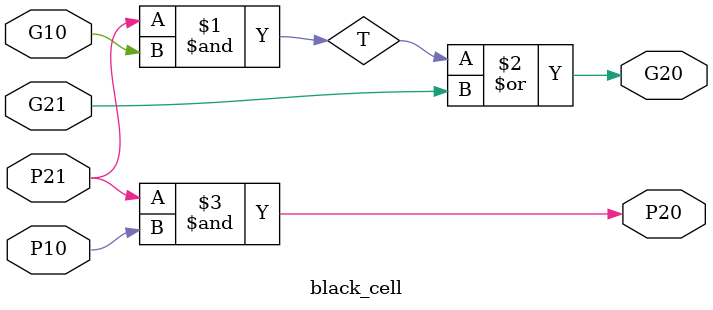
<source format=v>

module black_cell(G21, P21, G10, P10, G20, P20);
    input G21, P21, G10, P10;
    output G20, P20;
    wire T;

    assign T = P21 & G10;
    assign G20 = T | G21;
    assign P20 = P21 & P10;
endmodule

</source>
